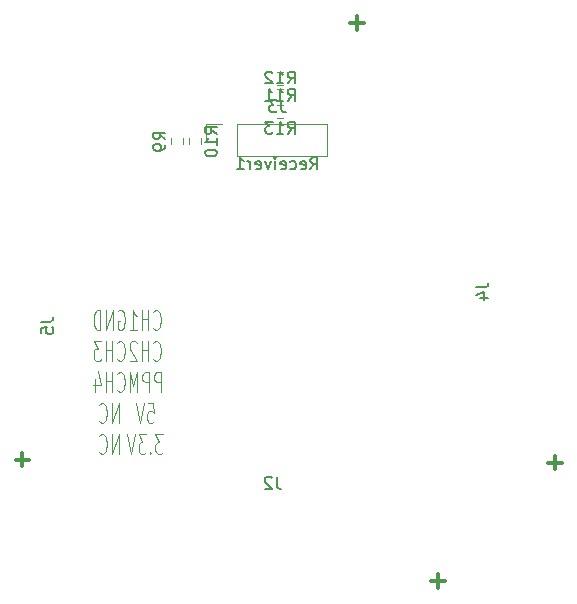
<source format=gbr>
%TF.GenerationSoftware,KiCad,Pcbnew,(5.1.8-0-10_14)*%
%TF.CreationDate,2021-03-06T23:03:25+08:00*%
%TF.ProjectId,batt_board,62617474-5f62-46f6-9172-642e6b696361,v1.0.0*%
%TF.SameCoordinates,Original*%
%TF.FileFunction,Legend,Bot*%
%TF.FilePolarity,Positive*%
%FSLAX46Y46*%
G04 Gerber Fmt 4.6, Leading zero omitted, Abs format (unit mm)*
G04 Created by KiCad (PCBNEW (5.1.8-0-10_14)) date 2021-03-06 23:03:25*
%MOMM*%
%LPD*%
G01*
G04 APERTURE LIST*
%ADD10C,0.300000*%
%ADD11C,0.125000*%
%ADD12C,0.120000*%
%ADD13C,0.150000*%
G04 APERTURE END LIST*
D10*
X162496571Y-98317857D02*
X163639428Y-98317857D01*
X163068000Y-97746428D02*
X163068000Y-98889285D01*
X152590571Y-108350857D02*
X153733428Y-108350857D01*
X153162000Y-107779428D02*
X153162000Y-108922285D01*
X117411571Y-98063857D02*
X118554428Y-98063857D01*
X117983000Y-97492428D02*
X117983000Y-98635285D01*
X145732571Y-61106857D02*
X146875428Y-61106857D01*
X146304000Y-60535428D02*
X146304000Y-61678285D01*
D11*
X126110904Y-85472000D02*
X126206142Y-85392476D01*
X126349000Y-85392476D01*
X126491857Y-85472000D01*
X126587095Y-85631047D01*
X126634714Y-85790095D01*
X126682333Y-86108190D01*
X126682333Y-86346761D01*
X126634714Y-86664857D01*
X126587095Y-86823904D01*
X126491857Y-86982952D01*
X126349000Y-87062476D01*
X126253761Y-87062476D01*
X126110904Y-86982952D01*
X126063285Y-86903428D01*
X126063285Y-86346761D01*
X126253761Y-86346761D01*
X125634714Y-87062476D02*
X125634714Y-85392476D01*
X125063285Y-87062476D01*
X125063285Y-85392476D01*
X124587095Y-87062476D02*
X124587095Y-85392476D01*
X124349000Y-85392476D01*
X124206142Y-85472000D01*
X124110904Y-85631047D01*
X124063285Y-85790095D01*
X124015666Y-86108190D01*
X124015666Y-86346761D01*
X124063285Y-86664857D01*
X124110904Y-86823904D01*
X124206142Y-86982952D01*
X124349000Y-87062476D01*
X124587095Y-87062476D01*
X126039476Y-89533428D02*
X126087095Y-89612952D01*
X126229952Y-89692476D01*
X126325190Y-89692476D01*
X126468047Y-89612952D01*
X126563285Y-89453904D01*
X126610904Y-89294857D01*
X126658523Y-88976761D01*
X126658523Y-88738190D01*
X126610904Y-88420095D01*
X126563285Y-88261047D01*
X126468047Y-88102000D01*
X126325190Y-88022476D01*
X126229952Y-88022476D01*
X126087095Y-88102000D01*
X126039476Y-88181523D01*
X125610904Y-89692476D02*
X125610904Y-88022476D01*
X125610904Y-88817714D02*
X125039476Y-88817714D01*
X125039476Y-89692476D02*
X125039476Y-88022476D01*
X124658523Y-88022476D02*
X124039476Y-88022476D01*
X124372809Y-88658666D01*
X124229952Y-88658666D01*
X124134714Y-88738190D01*
X124087095Y-88817714D01*
X124039476Y-88976761D01*
X124039476Y-89374380D01*
X124087095Y-89533428D01*
X124134714Y-89612952D01*
X124229952Y-89692476D01*
X124515666Y-89692476D01*
X124610904Y-89612952D01*
X124658523Y-89533428D01*
X126039476Y-92163428D02*
X126087095Y-92242952D01*
X126229952Y-92322476D01*
X126325190Y-92322476D01*
X126468047Y-92242952D01*
X126563285Y-92083904D01*
X126610904Y-91924857D01*
X126658523Y-91606761D01*
X126658523Y-91368190D01*
X126610904Y-91050095D01*
X126563285Y-90891047D01*
X126468047Y-90732000D01*
X126325190Y-90652476D01*
X126229952Y-90652476D01*
X126087095Y-90732000D01*
X126039476Y-90811523D01*
X125610904Y-92322476D02*
X125610904Y-90652476D01*
X125610904Y-91447714D02*
X125039476Y-91447714D01*
X125039476Y-92322476D02*
X125039476Y-90652476D01*
X124134714Y-91209142D02*
X124134714Y-92322476D01*
X124372809Y-90572952D02*
X124610904Y-91765809D01*
X123991857Y-91765809D01*
X126134714Y-94952476D02*
X126134714Y-93282476D01*
X125563285Y-94952476D01*
X125563285Y-93282476D01*
X124515666Y-94793428D02*
X124563285Y-94872952D01*
X124706142Y-94952476D01*
X124801380Y-94952476D01*
X124944238Y-94872952D01*
X125039476Y-94713904D01*
X125087095Y-94554857D01*
X125134714Y-94236761D01*
X125134714Y-93998190D01*
X125087095Y-93680095D01*
X125039476Y-93521047D01*
X124944238Y-93362000D01*
X124801380Y-93282476D01*
X124706142Y-93282476D01*
X124563285Y-93362000D01*
X124515666Y-93441523D01*
X126134714Y-97582476D02*
X126134714Y-95912476D01*
X125563285Y-97582476D01*
X125563285Y-95912476D01*
X124515666Y-97423428D02*
X124563285Y-97502952D01*
X124706142Y-97582476D01*
X124801380Y-97582476D01*
X124944238Y-97502952D01*
X125039476Y-97343904D01*
X125087095Y-97184857D01*
X125134714Y-96866761D01*
X125134714Y-96628190D01*
X125087095Y-96310095D01*
X125039476Y-96151047D01*
X124944238Y-95992000D01*
X124801380Y-95912476D01*
X124706142Y-95912476D01*
X124563285Y-95992000D01*
X124515666Y-96071523D01*
X129087476Y-86903428D02*
X129135095Y-86982952D01*
X129277952Y-87062476D01*
X129373190Y-87062476D01*
X129516047Y-86982952D01*
X129611285Y-86823904D01*
X129658904Y-86664857D01*
X129706523Y-86346761D01*
X129706523Y-86108190D01*
X129658904Y-85790095D01*
X129611285Y-85631047D01*
X129516047Y-85472000D01*
X129373190Y-85392476D01*
X129277952Y-85392476D01*
X129135095Y-85472000D01*
X129087476Y-85551523D01*
X128658904Y-87062476D02*
X128658904Y-85392476D01*
X128658904Y-86187714D02*
X128087476Y-86187714D01*
X128087476Y-87062476D02*
X128087476Y-85392476D01*
X127087476Y-87062476D02*
X127658904Y-87062476D01*
X127373190Y-87062476D02*
X127373190Y-85392476D01*
X127468428Y-85631047D01*
X127563666Y-85790095D01*
X127658904Y-85869619D01*
X129087476Y-89533428D02*
X129135095Y-89612952D01*
X129277952Y-89692476D01*
X129373190Y-89692476D01*
X129516047Y-89612952D01*
X129611285Y-89453904D01*
X129658904Y-89294857D01*
X129706523Y-88976761D01*
X129706523Y-88738190D01*
X129658904Y-88420095D01*
X129611285Y-88261047D01*
X129516047Y-88102000D01*
X129373190Y-88022476D01*
X129277952Y-88022476D01*
X129135095Y-88102000D01*
X129087476Y-88181523D01*
X128658904Y-89692476D02*
X128658904Y-88022476D01*
X128658904Y-88817714D02*
X128087476Y-88817714D01*
X128087476Y-89692476D02*
X128087476Y-88022476D01*
X127658904Y-88181523D02*
X127611285Y-88102000D01*
X127516047Y-88022476D01*
X127277952Y-88022476D01*
X127182714Y-88102000D01*
X127135095Y-88181523D01*
X127087476Y-88340571D01*
X127087476Y-88499619D01*
X127135095Y-88738190D01*
X127706523Y-89692476D01*
X127087476Y-89692476D01*
X129730333Y-92322476D02*
X129730333Y-90652476D01*
X129349380Y-90652476D01*
X129254142Y-90732000D01*
X129206523Y-90811523D01*
X129158904Y-90970571D01*
X129158904Y-91209142D01*
X129206523Y-91368190D01*
X129254142Y-91447714D01*
X129349380Y-91527238D01*
X129730333Y-91527238D01*
X128730333Y-92322476D02*
X128730333Y-90652476D01*
X128349380Y-90652476D01*
X128254142Y-90732000D01*
X128206523Y-90811523D01*
X128158904Y-90970571D01*
X128158904Y-91209142D01*
X128206523Y-91368190D01*
X128254142Y-91447714D01*
X128349380Y-91527238D01*
X128730333Y-91527238D01*
X127730333Y-92322476D02*
X127730333Y-90652476D01*
X127397000Y-91845333D01*
X127063666Y-90652476D01*
X127063666Y-92322476D01*
X128587476Y-93282476D02*
X129063666Y-93282476D01*
X129111285Y-94077714D01*
X129063666Y-93998190D01*
X128968428Y-93918666D01*
X128730333Y-93918666D01*
X128635095Y-93998190D01*
X128587476Y-94077714D01*
X128539857Y-94236761D01*
X128539857Y-94634380D01*
X128587476Y-94793428D01*
X128635095Y-94872952D01*
X128730333Y-94952476D01*
X128968428Y-94952476D01*
X129063666Y-94872952D01*
X129111285Y-94793428D01*
X128254142Y-93282476D02*
X127920809Y-94952476D01*
X127587476Y-93282476D01*
X129873190Y-95912476D02*
X129254142Y-95912476D01*
X129587476Y-96548666D01*
X129444619Y-96548666D01*
X129349380Y-96628190D01*
X129301761Y-96707714D01*
X129254142Y-96866761D01*
X129254142Y-97264380D01*
X129301761Y-97423428D01*
X129349380Y-97502952D01*
X129444619Y-97582476D01*
X129730333Y-97582476D01*
X129825571Y-97502952D01*
X129873190Y-97423428D01*
X128825571Y-97423428D02*
X128777952Y-97502952D01*
X128825571Y-97582476D01*
X128873190Y-97502952D01*
X128825571Y-97423428D01*
X128825571Y-97582476D01*
X128444619Y-95912476D02*
X127825571Y-95912476D01*
X128158904Y-96548666D01*
X128016047Y-96548666D01*
X127920809Y-96628190D01*
X127873190Y-96707714D01*
X127825571Y-96866761D01*
X127825571Y-97264380D01*
X127873190Y-97423428D01*
X127920809Y-97502952D01*
X128016047Y-97582476D01*
X128301761Y-97582476D01*
X128397000Y-97502952D01*
X128444619Y-97423428D01*
X127539857Y-95912476D02*
X127206523Y-97582476D01*
X126873190Y-95912476D01*
D12*
%TO.C,Receiver1*%
X133544000Y-69663000D02*
X133544000Y-70993000D01*
X134874000Y-69663000D02*
X133544000Y-69663000D01*
X136144000Y-69663000D02*
X136144000Y-72323000D01*
X136144000Y-72323000D02*
X143824000Y-72323000D01*
X136144000Y-69663000D02*
X143824000Y-69663000D01*
X143824000Y-69663000D02*
X143824000Y-72323000D01*
%TO.C,R13*%
X139572276Y-68057500D02*
X140081724Y-68057500D01*
X139572276Y-69102500D02*
X140081724Y-69102500D01*
%TO.C,R12*%
X140081724Y-67705500D02*
X139572276Y-67705500D01*
X140081724Y-66660500D02*
X139572276Y-66660500D01*
%TO.C,R11*%
X139572276Y-65263500D02*
X140081724Y-65263500D01*
X139572276Y-66308500D02*
X140081724Y-66308500D01*
%TO.C,R10*%
X132065500Y-71374724D02*
X132065500Y-70865276D01*
X133110500Y-71374724D02*
X133110500Y-70865276D01*
%TO.C,R9*%
X131586500Y-70865276D02*
X131586500Y-71374724D01*
X130541500Y-70865276D02*
X130541500Y-71374724D01*
%TO.C,J5*%
D13*
X119594380Y-86407666D02*
X120308666Y-86407666D01*
X120451523Y-86360047D01*
X120546761Y-86264809D01*
X120594380Y-86121952D01*
X120594380Y-86026714D01*
X119594380Y-87360047D02*
X119594380Y-86883857D01*
X120070571Y-86836238D01*
X120022952Y-86883857D01*
X119975333Y-86979095D01*
X119975333Y-87217190D01*
X120022952Y-87312428D01*
X120070571Y-87360047D01*
X120165809Y-87407666D01*
X120403904Y-87407666D01*
X120499142Y-87360047D01*
X120546761Y-87312428D01*
X120594380Y-87217190D01*
X120594380Y-86979095D01*
X120546761Y-86883857D01*
X120499142Y-86836238D01*
%TO.C,Receiver1*%
X142382523Y-73477380D02*
X142715857Y-73001190D01*
X142953952Y-73477380D02*
X142953952Y-72477380D01*
X142573000Y-72477380D01*
X142477761Y-72525000D01*
X142430142Y-72572619D01*
X142382523Y-72667857D01*
X142382523Y-72810714D01*
X142430142Y-72905952D01*
X142477761Y-72953571D01*
X142573000Y-73001190D01*
X142953952Y-73001190D01*
X141573000Y-73429761D02*
X141668238Y-73477380D01*
X141858714Y-73477380D01*
X141953952Y-73429761D01*
X142001571Y-73334523D01*
X142001571Y-72953571D01*
X141953952Y-72858333D01*
X141858714Y-72810714D01*
X141668238Y-72810714D01*
X141573000Y-72858333D01*
X141525380Y-72953571D01*
X141525380Y-73048809D01*
X142001571Y-73144047D01*
X140668238Y-73429761D02*
X140763476Y-73477380D01*
X140953952Y-73477380D01*
X141049190Y-73429761D01*
X141096809Y-73382142D01*
X141144428Y-73286904D01*
X141144428Y-73001190D01*
X141096809Y-72905952D01*
X141049190Y-72858333D01*
X140953952Y-72810714D01*
X140763476Y-72810714D01*
X140668238Y-72858333D01*
X139858714Y-73429761D02*
X139953952Y-73477380D01*
X140144428Y-73477380D01*
X140239666Y-73429761D01*
X140287285Y-73334523D01*
X140287285Y-72953571D01*
X140239666Y-72858333D01*
X140144428Y-72810714D01*
X139953952Y-72810714D01*
X139858714Y-72858333D01*
X139811095Y-72953571D01*
X139811095Y-73048809D01*
X140287285Y-73144047D01*
X139382523Y-73477380D02*
X139382523Y-72810714D01*
X139382523Y-72477380D02*
X139430142Y-72525000D01*
X139382523Y-72572619D01*
X139334904Y-72525000D01*
X139382523Y-72477380D01*
X139382523Y-72572619D01*
X139001571Y-72810714D02*
X138763476Y-73477380D01*
X138525380Y-72810714D01*
X137763476Y-73429761D02*
X137858714Y-73477380D01*
X138049190Y-73477380D01*
X138144428Y-73429761D01*
X138192047Y-73334523D01*
X138192047Y-72953571D01*
X138144428Y-72858333D01*
X138049190Y-72810714D01*
X137858714Y-72810714D01*
X137763476Y-72858333D01*
X137715857Y-72953571D01*
X137715857Y-73048809D01*
X138192047Y-73144047D01*
X137287285Y-73477380D02*
X137287285Y-72810714D01*
X137287285Y-73001190D02*
X137239666Y-72905952D01*
X137192047Y-72858333D01*
X137096809Y-72810714D01*
X137001571Y-72810714D01*
X136144428Y-73477380D02*
X136715857Y-73477380D01*
X136430142Y-73477380D02*
X136430142Y-72477380D01*
X136525380Y-72620238D01*
X136620619Y-72715476D01*
X136715857Y-72763095D01*
%TO.C,R13*%
X140469857Y-70462380D02*
X140803190Y-69986190D01*
X141041285Y-70462380D02*
X141041285Y-69462380D01*
X140660333Y-69462380D01*
X140565095Y-69510000D01*
X140517476Y-69557619D01*
X140469857Y-69652857D01*
X140469857Y-69795714D01*
X140517476Y-69890952D01*
X140565095Y-69938571D01*
X140660333Y-69986190D01*
X141041285Y-69986190D01*
X139517476Y-70462380D02*
X140088904Y-70462380D01*
X139803190Y-70462380D02*
X139803190Y-69462380D01*
X139898428Y-69605238D01*
X139993666Y-69700476D01*
X140088904Y-69748095D01*
X139184142Y-69462380D02*
X138565095Y-69462380D01*
X138898428Y-69843333D01*
X138755571Y-69843333D01*
X138660333Y-69890952D01*
X138612714Y-69938571D01*
X138565095Y-70033809D01*
X138565095Y-70271904D01*
X138612714Y-70367142D01*
X138660333Y-70414761D01*
X138755571Y-70462380D01*
X139041285Y-70462380D01*
X139136523Y-70414761D01*
X139184142Y-70367142D01*
%TO.C,R12*%
X140469857Y-66205380D02*
X140803190Y-65729190D01*
X141041285Y-66205380D02*
X141041285Y-65205380D01*
X140660333Y-65205380D01*
X140565095Y-65253000D01*
X140517476Y-65300619D01*
X140469857Y-65395857D01*
X140469857Y-65538714D01*
X140517476Y-65633952D01*
X140565095Y-65681571D01*
X140660333Y-65729190D01*
X141041285Y-65729190D01*
X139517476Y-66205380D02*
X140088904Y-66205380D01*
X139803190Y-66205380D02*
X139803190Y-65205380D01*
X139898428Y-65348238D01*
X139993666Y-65443476D01*
X140088904Y-65491095D01*
X139136523Y-65300619D02*
X139088904Y-65253000D01*
X138993666Y-65205380D01*
X138755571Y-65205380D01*
X138660333Y-65253000D01*
X138612714Y-65300619D01*
X138565095Y-65395857D01*
X138565095Y-65491095D01*
X138612714Y-65633952D01*
X139184142Y-66205380D01*
X138565095Y-66205380D01*
%TO.C,R11*%
X140469857Y-67668380D02*
X140803190Y-67192190D01*
X141041285Y-67668380D02*
X141041285Y-66668380D01*
X140660333Y-66668380D01*
X140565095Y-66716000D01*
X140517476Y-66763619D01*
X140469857Y-66858857D01*
X140469857Y-67001714D01*
X140517476Y-67096952D01*
X140565095Y-67144571D01*
X140660333Y-67192190D01*
X141041285Y-67192190D01*
X139517476Y-67668380D02*
X140088904Y-67668380D01*
X139803190Y-67668380D02*
X139803190Y-66668380D01*
X139898428Y-66811238D01*
X139993666Y-66906476D01*
X140088904Y-66954095D01*
X138565095Y-67668380D02*
X139136523Y-67668380D01*
X138850809Y-67668380D02*
X138850809Y-66668380D01*
X138946047Y-66811238D01*
X139041285Y-66906476D01*
X139136523Y-66954095D01*
%TO.C,R10*%
X134470380Y-70477142D02*
X133994190Y-70143809D01*
X134470380Y-69905714D02*
X133470380Y-69905714D01*
X133470380Y-70286666D01*
X133518000Y-70381904D01*
X133565619Y-70429523D01*
X133660857Y-70477142D01*
X133803714Y-70477142D01*
X133898952Y-70429523D01*
X133946571Y-70381904D01*
X133994190Y-70286666D01*
X133994190Y-69905714D01*
X134470380Y-71429523D02*
X134470380Y-70858095D01*
X134470380Y-71143809D02*
X133470380Y-71143809D01*
X133613238Y-71048571D01*
X133708476Y-70953333D01*
X133756095Y-70858095D01*
X133470380Y-72048571D02*
X133470380Y-72143809D01*
X133518000Y-72239047D01*
X133565619Y-72286666D01*
X133660857Y-72334285D01*
X133851333Y-72381904D01*
X134089428Y-72381904D01*
X134279904Y-72334285D01*
X134375142Y-72286666D01*
X134422761Y-72239047D01*
X134470380Y-72143809D01*
X134470380Y-72048571D01*
X134422761Y-71953333D01*
X134375142Y-71905714D01*
X134279904Y-71858095D01*
X134089428Y-71810476D01*
X133851333Y-71810476D01*
X133660857Y-71858095D01*
X133565619Y-71905714D01*
X133518000Y-71953333D01*
X133470380Y-72048571D01*
%TO.C,R9*%
X130086380Y-70953333D02*
X129610190Y-70620000D01*
X130086380Y-70381904D02*
X129086380Y-70381904D01*
X129086380Y-70762857D01*
X129134000Y-70858095D01*
X129181619Y-70905714D01*
X129276857Y-70953333D01*
X129419714Y-70953333D01*
X129514952Y-70905714D01*
X129562571Y-70858095D01*
X129610190Y-70762857D01*
X129610190Y-70381904D01*
X130086380Y-71429523D02*
X130086380Y-71620000D01*
X130038761Y-71715238D01*
X129991142Y-71762857D01*
X129848285Y-71858095D01*
X129657809Y-71905714D01*
X129276857Y-71905714D01*
X129181619Y-71858095D01*
X129134000Y-71810476D01*
X129086380Y-71715238D01*
X129086380Y-71524761D01*
X129134000Y-71429523D01*
X129181619Y-71381904D01*
X129276857Y-71334285D01*
X129514952Y-71334285D01*
X129610190Y-71381904D01*
X129657809Y-71429523D01*
X129705428Y-71524761D01*
X129705428Y-71715238D01*
X129657809Y-71810476D01*
X129610190Y-71858095D01*
X129514952Y-71905714D01*
%TO.C,J2*%
X139525333Y-99528380D02*
X139525333Y-100242666D01*
X139572952Y-100385523D01*
X139668190Y-100480761D01*
X139811047Y-100528380D01*
X139906285Y-100528380D01*
X139096761Y-99623619D02*
X139049142Y-99576000D01*
X138953904Y-99528380D01*
X138715809Y-99528380D01*
X138620571Y-99576000D01*
X138572952Y-99623619D01*
X138525333Y-99718857D01*
X138525333Y-99814095D01*
X138572952Y-99956952D01*
X139144380Y-100528380D01*
X138525333Y-100528380D01*
%TO.C,J4*%
X156424380Y-83486666D02*
X157138666Y-83486666D01*
X157281523Y-83439047D01*
X157376761Y-83343809D01*
X157424380Y-83200952D01*
X157424380Y-83105714D01*
X156757714Y-84391428D02*
X157424380Y-84391428D01*
X156376761Y-84153333D02*
X157091047Y-83915238D01*
X157091047Y-84534285D01*
%TO.C,J3*%
X139906333Y-67651380D02*
X139906333Y-68365666D01*
X139953952Y-68508523D01*
X140049190Y-68603761D01*
X140192047Y-68651380D01*
X140287285Y-68651380D01*
X139525380Y-67651380D02*
X138906333Y-67651380D01*
X139239666Y-68032333D01*
X139096809Y-68032333D01*
X139001571Y-68079952D01*
X138953952Y-68127571D01*
X138906333Y-68222809D01*
X138906333Y-68460904D01*
X138953952Y-68556142D01*
X139001571Y-68603761D01*
X139096809Y-68651380D01*
X139382523Y-68651380D01*
X139477761Y-68603761D01*
X139525380Y-68556142D01*
%TD*%
M02*

</source>
